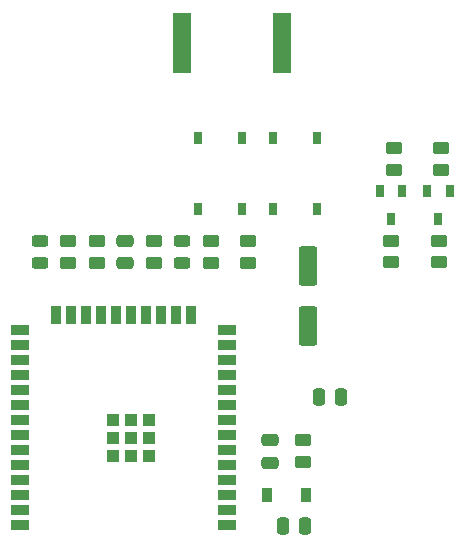
<source format=gtp>
G04 #@! TF.GenerationSoftware,KiCad,Pcbnew,(6.0.6-0)*
G04 #@! TF.CreationDate,2022-08-24T21:54:23+02:00*
G04 #@! TF.ProjectId,ithowifi_4l,6974686f-7769-4666-995f-346c2e6b6963,rev?*
G04 #@! TF.SameCoordinates,Original*
G04 #@! TF.FileFunction,Paste,Top*
G04 #@! TF.FilePolarity,Positive*
%FSLAX46Y46*%
G04 Gerber Fmt 4.6, Leading zero omitted, Abs format (unit mm)*
G04 Created by KiCad (PCBNEW (6.0.6-0)) date 2022-08-24 21:54:23*
%MOMM*%
%LPD*%
G01*
G04 APERTURE LIST*
G04 Aperture macros list*
%AMRoundRect*
0 Rectangle with rounded corners*
0 $1 Rounding radius*
0 $2 $3 $4 $5 $6 $7 $8 $9 X,Y pos of 4 corners*
0 Add a 4 corners polygon primitive as box body*
4,1,4,$2,$3,$4,$5,$6,$7,$8,$9,$2,$3,0*
0 Add four circle primitives for the rounded corners*
1,1,$1+$1,$2,$3*
1,1,$1+$1,$4,$5*
1,1,$1+$1,$6,$7*
1,1,$1+$1,$8,$9*
0 Add four rect primitives between the rounded corners*
20,1,$1+$1,$2,$3,$4,$5,0*
20,1,$1+$1,$4,$5,$6,$7,0*
20,1,$1+$1,$6,$7,$8,$9,0*
20,1,$1+$1,$8,$9,$2,$3,0*%
G04 Aperture macros list end*
%ADD10R,0.700000X1.000000*%
%ADD11RoundRect,0.250000X-0.450000X0.262500X-0.450000X-0.262500X0.450000X-0.262500X0.450000X0.262500X0*%
%ADD12R,1.500000X0.900000*%
%ADD13R,0.900000X1.500000*%
%ADD14R,1.050000X1.050000*%
%ADD15RoundRect,0.243750X0.456250X-0.243750X0.456250X0.243750X-0.456250X0.243750X-0.456250X-0.243750X0*%
%ADD16R,0.750000X1.000000*%
%ADD17RoundRect,0.250000X0.250000X0.475000X-0.250000X0.475000X-0.250000X-0.475000X0.250000X-0.475000X0*%
%ADD18RoundRect,0.250000X0.450000X-0.262500X0.450000X0.262500X-0.450000X0.262500X-0.450000X-0.262500X0*%
%ADD19RoundRect,0.250000X0.475000X-0.250000X0.475000X0.250000X-0.475000X0.250000X-0.475000X-0.250000X0*%
%ADD20RoundRect,0.250000X0.550000X-1.412500X0.550000X1.412500X-0.550000X1.412500X-0.550000X-1.412500X0*%
%ADD21RoundRect,0.250000X-0.250000X-0.475000X0.250000X-0.475000X0.250000X0.475000X-0.250000X0.475000X0*%
%ADD22R,0.900000X1.200000*%
%ADD23R,1.500000X5.080000*%
G04 APERTURE END LIST*
D10*
X119608600Y-120339000D03*
X117708600Y-120339000D03*
X118658600Y-122739000D03*
D11*
X118872000Y-116711900D03*
X118872000Y-118536900D03*
D12*
X104727600Y-148613600D03*
X104727600Y-147343600D03*
X104727600Y-146073600D03*
X104727600Y-144803600D03*
X104727600Y-143533600D03*
X104727600Y-142263600D03*
X104727600Y-140993600D03*
X104727600Y-139723600D03*
X104727600Y-138453600D03*
X104727600Y-137183600D03*
X104727600Y-135913600D03*
X104727600Y-134643600D03*
X104727600Y-133373600D03*
X104727600Y-132103600D03*
D13*
X101697600Y-130853600D03*
X100427600Y-130853600D03*
X99157600Y-130853600D03*
X97887600Y-130853600D03*
X96617600Y-130853600D03*
X95347600Y-130853600D03*
X94077600Y-130853600D03*
X92807600Y-130853600D03*
X91537600Y-130853600D03*
X90267600Y-130853600D03*
D12*
X87227600Y-132103600D03*
X87227600Y-133373600D03*
X87227600Y-134643600D03*
X87227600Y-135913600D03*
X87227600Y-137183600D03*
X87227600Y-138453600D03*
X87227600Y-139723600D03*
X87227600Y-140993600D03*
X87227600Y-142263600D03*
X87227600Y-143533600D03*
X87227600Y-144803600D03*
X87227600Y-146073600D03*
X87227600Y-147343600D03*
X87227600Y-148613600D03*
D14*
X95132600Y-139748600D03*
X98182600Y-142798600D03*
X95132600Y-142798600D03*
X96657600Y-139748600D03*
X96657600Y-141273600D03*
X98182600Y-139748600D03*
X96657600Y-142798600D03*
X95132600Y-141273600D03*
X98182600Y-141273600D03*
D11*
X91313000Y-124588900D03*
X91313000Y-126413900D03*
X106536000Y-124597500D03*
X106536000Y-126422500D03*
X118618000Y-124548500D03*
X118618000Y-126373500D03*
D15*
X88900000Y-126438900D03*
X88900000Y-124563900D03*
D16*
X108665400Y-121872000D03*
X108665400Y-115872000D03*
X112415400Y-121872000D03*
X112415400Y-115872000D03*
D17*
X114432000Y-137768000D03*
X112532000Y-137768000D03*
D10*
X123606600Y-120339000D03*
X121706600Y-120339000D03*
X122656600Y-122739000D03*
D18*
X122859800Y-118536900D03*
X122859800Y-116711900D03*
D11*
X122682000Y-124548500D03*
X122682000Y-126373500D03*
D19*
X96139000Y-126451400D03*
X96139000Y-124551400D03*
D18*
X98552000Y-126428000D03*
X98552000Y-124603000D03*
D20*
X111632000Y-131768000D03*
X111632000Y-126693000D03*
D21*
X109486900Y-148751000D03*
X111386900Y-148751000D03*
D19*
X108377500Y-143351000D03*
X108377500Y-141451000D03*
D22*
X111425500Y-146084000D03*
X108125500Y-146084000D03*
D18*
X111171500Y-143290000D03*
X111171500Y-141465000D03*
X93726000Y-126413900D03*
X93726000Y-124588900D03*
X103378000Y-126428000D03*
X103378000Y-124603000D03*
D15*
X100965000Y-126453000D03*
X100965000Y-124578000D03*
D16*
X106015000Y-121872000D03*
X106015000Y-115872000D03*
X102265000Y-121872000D03*
X102265000Y-115872000D03*
D23*
X100931400Y-107848400D03*
X109431400Y-107848400D03*
M02*

</source>
